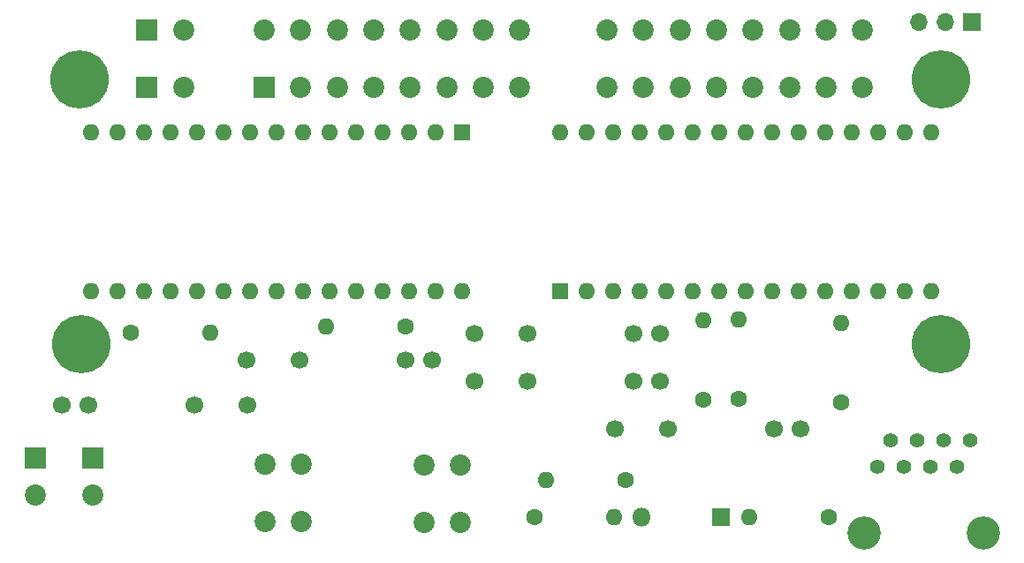
<source format=gbs>
G04 #@! TF.GenerationSoftware,KiCad,Pcbnew,7.0.7*
G04 #@! TF.CreationDate,2024-07-14T01:40:00-07:00*
G04 #@! TF.ProjectId,ACS Arduino Board,41435320-4172-4647-9569-6e6f20426f61,rev?*
G04 #@! TF.SameCoordinates,Original*
G04 #@! TF.FileFunction,Soldermask,Bot*
G04 #@! TF.FilePolarity,Negative*
%FSLAX46Y46*%
G04 Gerber Fmt 4.6, Leading zero omitted, Abs format (unit mm)*
G04 Created by KiCad (PCBNEW 7.0.7) date 2024-07-14 01:40:00*
%MOMM*%
%LPD*%
G01*
G04 APERTURE LIST*
%ADD10C,1.700000*%
%ADD11R,1.800000X1.800000*%
%ADD12O,1.800000X1.800000*%
%ADD13C,1.600000*%
%ADD14O,1.600000X1.600000*%
%ADD15R,1.600000X1.600000*%
%ADD16C,3.600000*%
%ADD17C,5.600000*%
%ADD18C,3.200400*%
%ADD19C,1.397000*%
%ADD20R,2.025000X2.025000*%
%ADD21C,2.025000*%
%ADD22R,1.700000X1.700000*%
%ADD23O,1.700000X1.700000*%
G04 APERTURE END LIST*
D10*
X87451000Y-67056000D03*
X84911000Y-67056000D03*
X74751000Y-67056000D03*
X69671000Y-67056000D03*
D11*
X93280000Y-80060000D03*
D12*
X85660000Y-80060000D03*
D13*
X91530000Y-68770000D03*
D14*
X91530000Y-61150000D03*
D13*
X94950000Y-68710000D03*
D14*
X94950000Y-61090000D03*
D10*
X30095000Y-69272861D03*
X32635000Y-69272861D03*
X42795000Y-69272861D03*
X47875000Y-69272861D03*
D15*
X68410000Y-43160000D03*
D14*
X65870000Y-43160000D03*
X63330000Y-43160000D03*
X60790000Y-43160000D03*
X58250000Y-43160000D03*
X55710000Y-43160000D03*
X53170000Y-43160000D03*
X50630000Y-43160000D03*
X48090000Y-43160000D03*
X45550000Y-43160000D03*
X43010000Y-43160000D03*
X40470000Y-43160000D03*
X37930000Y-43160000D03*
X35390000Y-43160000D03*
X32850000Y-43160000D03*
X32850000Y-58400000D03*
X35390000Y-58400000D03*
X37930000Y-58400000D03*
X40470000Y-58400000D03*
X43010000Y-58400000D03*
X45550000Y-58400000D03*
X48090000Y-58400000D03*
X50630000Y-58400000D03*
X53170000Y-58400000D03*
X55710000Y-58400000D03*
X58250000Y-58400000D03*
X60790000Y-58400000D03*
X63330000Y-58400000D03*
X65870000Y-58400000D03*
X68410000Y-58400000D03*
D15*
X77840000Y-58380000D03*
D14*
X80380000Y-58380000D03*
X82920000Y-58380000D03*
X85460000Y-58380000D03*
X88000000Y-58380000D03*
X90540000Y-58380000D03*
X93080000Y-58380000D03*
X95620000Y-58380000D03*
X98160000Y-58380000D03*
X100700000Y-58380000D03*
X103240000Y-58380000D03*
X105780000Y-58380000D03*
X108320000Y-58380000D03*
X110860000Y-58380000D03*
X113400000Y-58380000D03*
X113400000Y-43140000D03*
X110860000Y-43140000D03*
X108320000Y-43140000D03*
X105780000Y-43140000D03*
X103240000Y-43140000D03*
X100700000Y-43140000D03*
X98160000Y-43140000D03*
X95620000Y-43140000D03*
X93080000Y-43140000D03*
X90540000Y-43140000D03*
X88000000Y-43140000D03*
X85460000Y-43140000D03*
X82920000Y-43140000D03*
X80380000Y-43140000D03*
X77840000Y-43140000D03*
D13*
X75430000Y-80060000D03*
D14*
X83050000Y-80060000D03*
D16*
X114300000Y-63500000D03*
D17*
X114300000Y-63500000D03*
D13*
X104760000Y-69070000D03*
D14*
X104760000Y-61450000D03*
D13*
X63019999Y-61730000D03*
D14*
X55399999Y-61730000D03*
D13*
X103580000Y-80060000D03*
D14*
X95960000Y-80060000D03*
D13*
X84110000Y-76540000D03*
D14*
X76490000Y-76540000D03*
D18*
X106939900Y-81574600D03*
X118369900Y-81574600D03*
D19*
X108209900Y-75224600D03*
X109479900Y-72684600D03*
X110749900Y-75224600D03*
X112019900Y-72684600D03*
X113289900Y-75224600D03*
X114559900Y-72684600D03*
X115829900Y-75224600D03*
X117099900Y-72684600D03*
D10*
X87451000Y-62427139D03*
X84911000Y-62427139D03*
X74751000Y-62427139D03*
X69671000Y-62427139D03*
D20*
X27520000Y-74422000D03*
X33020000Y-74422000D03*
D21*
X27520000Y-77922000D03*
X33020000Y-77922000D03*
D20*
X38260000Y-38790000D03*
X38260000Y-33290000D03*
D21*
X41760000Y-38790000D03*
X41760000Y-33290000D03*
X53058000Y-75020000D03*
X53058000Y-80520000D03*
X49558000Y-75020000D03*
X49558000Y-80520000D03*
D16*
X31750000Y-38100000D03*
D17*
X31750000Y-38100000D03*
D21*
X82330000Y-38790000D03*
X82330000Y-33290000D03*
X85830000Y-38790000D03*
X85830000Y-33290000D03*
X89330000Y-38790000D03*
X89330000Y-33290000D03*
X92830000Y-38790000D03*
X92830000Y-33290000D03*
X96330000Y-38790000D03*
X96330000Y-33290000D03*
X99830000Y-38790000D03*
X99830000Y-33290000D03*
X103330000Y-38790000D03*
X103330000Y-33290000D03*
X106830000Y-38790000D03*
X106830000Y-33290000D03*
D13*
X36710000Y-62360000D03*
D14*
X44330000Y-62360000D03*
D22*
X117333000Y-32537000D03*
D23*
X114793000Y-32537000D03*
X112253000Y-32537000D03*
D10*
X65570000Y-64989999D03*
X63030000Y-64989999D03*
X52870000Y-64989999D03*
X47790000Y-64989999D03*
X100838000Y-71571139D03*
X98298000Y-71571139D03*
X88138000Y-71571139D03*
X83058000Y-71571139D03*
D16*
X31990000Y-63500000D03*
D17*
X31990000Y-63500000D03*
D21*
X64790000Y-80580000D03*
X64790000Y-75080000D03*
X68290000Y-80580000D03*
X68290000Y-75080000D03*
D20*
X49490000Y-38790000D03*
D21*
X49490000Y-33290000D03*
X52990000Y-38790000D03*
X52990000Y-33290000D03*
X56490000Y-38790000D03*
X56490000Y-33290000D03*
X59990000Y-38790000D03*
X59990000Y-33290000D03*
X63490000Y-38790000D03*
X63490000Y-33290000D03*
X66990000Y-38790000D03*
X66990000Y-33290000D03*
X70490000Y-38790000D03*
X70490000Y-33290000D03*
X73990000Y-38790000D03*
X73990000Y-33290000D03*
D16*
X114300000Y-38100000D03*
D17*
X114300000Y-38100000D03*
M02*

</source>
